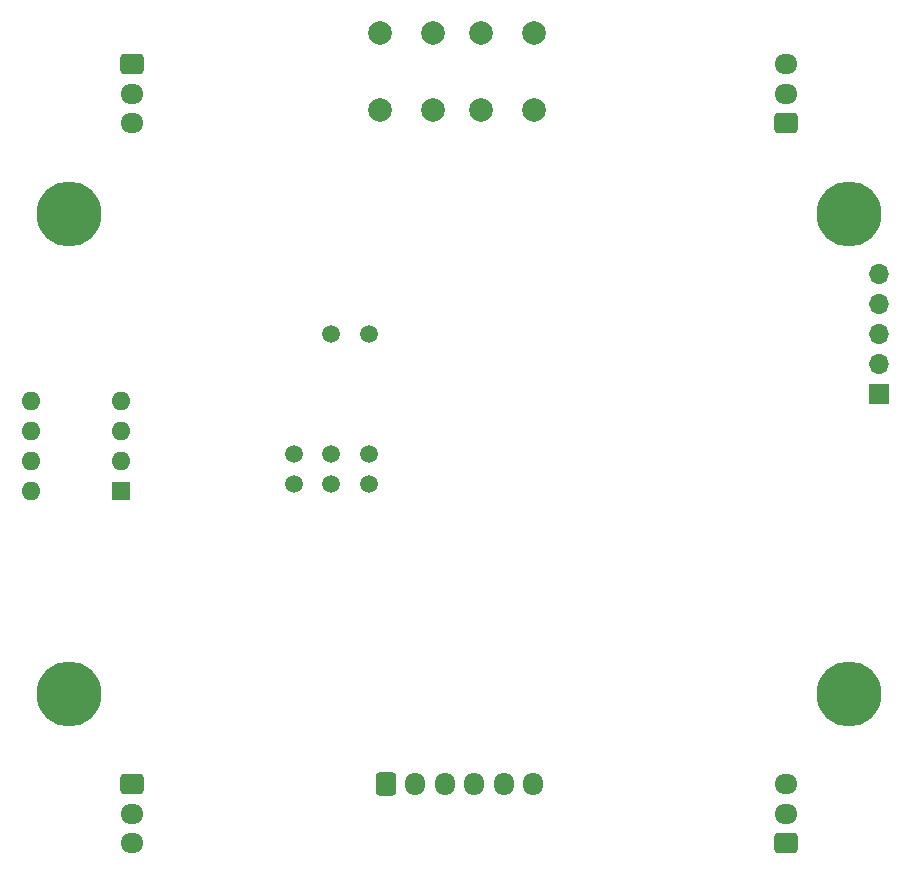
<source format=gbs>
G04 #@! TF.GenerationSoftware,KiCad,Pcbnew,7.0.7*
G04 #@! TF.CreationDate,2024-10-01T17:01:24-05:00*
G04 #@! TF.ProjectId,corner-board,636f726e-6572-42d6-926f-6172642e6b69,rev?*
G04 #@! TF.SameCoordinates,Original*
G04 #@! TF.FileFunction,Soldermask,Bot*
G04 #@! TF.FilePolarity,Negative*
%FSLAX46Y46*%
G04 Gerber Fmt 4.6, Leading zero omitted, Abs format (unit mm)*
G04 Created by KiCad (PCBNEW 7.0.7) date 2024-10-01 17:01:24*
%MOMM*%
%LPD*%
G01*
G04 APERTURE LIST*
G04 Aperture macros list*
%AMRoundRect*
0 Rectangle with rounded corners*
0 $1 Rounding radius*
0 $2 $3 $4 $5 $6 $7 $8 $9 X,Y pos of 4 corners*
0 Add a 4 corners polygon primitive as box body*
4,1,4,$2,$3,$4,$5,$6,$7,$8,$9,$2,$3,0*
0 Add four circle primitives for the rounded corners*
1,1,$1+$1,$2,$3*
1,1,$1+$1,$4,$5*
1,1,$1+$1,$6,$7*
1,1,$1+$1,$8,$9*
0 Add four rect primitives between the rounded corners*
20,1,$1+$1,$2,$3,$4,$5,0*
20,1,$1+$1,$4,$5,$6,$7,0*
20,1,$1+$1,$6,$7,$8,$9,0*
20,1,$1+$1,$8,$9,$2,$3,0*%
G04 Aperture macros list end*
%ADD10C,1.500000*%
%ADD11RoundRect,0.250000X-0.600000X-0.725000X0.600000X-0.725000X0.600000X0.725000X-0.600000X0.725000X0*%
%ADD12O,1.700000X1.950000*%
%ADD13C,2.000000*%
%ADD14C,5.500000*%
%ADD15R,1.600000X1.600000*%
%ADD16O,1.600000X1.600000*%
%ADD17R,1.700000X1.700000*%
%ADD18O,1.700000X1.700000*%
%ADD19O,1.950000X1.700000*%
%ADD20RoundRect,0.250000X0.725000X-0.600000X0.725000X0.600000X-0.725000X0.600000X-0.725000X-0.600000X0*%
%ADD21RoundRect,0.250000X-0.725000X0.600000X-0.725000X-0.600000X0.725000X-0.600000X0.725000X0.600000X0*%
G04 APERTURE END LIST*
D10*
X55880000Y-53340000D03*
X55880000Y-43180000D03*
X52705000Y-43180000D03*
X49530000Y-55880000D03*
X55880000Y-55880000D03*
X52705000Y-55880000D03*
X52705000Y-53340000D03*
X49530000Y-53340000D03*
D11*
X57310000Y-81280000D03*
D12*
X59810000Y-81280000D03*
X62310000Y-81280000D03*
X64810000Y-81280000D03*
X67310000Y-81280000D03*
X69810000Y-81280000D03*
D13*
X56805000Y-24205000D03*
X56805000Y-17705000D03*
X61305000Y-24205000D03*
X61305000Y-17705000D03*
D14*
X96520000Y-73660000D03*
D15*
X34915000Y-56505000D03*
D16*
X34915000Y-53965000D03*
X34915000Y-51425000D03*
X34915000Y-48885000D03*
X27295000Y-48885000D03*
X27295000Y-51425000D03*
X27295000Y-53965000D03*
X27295000Y-56505000D03*
D17*
X99060000Y-48260000D03*
D18*
X99060000Y-45720000D03*
X99060000Y-43180000D03*
X99060000Y-40640000D03*
X99060000Y-38100000D03*
D19*
X91165000Y-20360000D03*
X91165000Y-22860000D03*
D20*
X91165000Y-25360000D03*
D14*
X30480000Y-33020000D03*
D13*
X65355000Y-24205000D03*
X65355000Y-17705000D03*
X69855000Y-24205000D03*
X69855000Y-17705000D03*
D14*
X96520000Y-33020000D03*
D19*
X35835000Y-86320000D03*
X35835000Y-83820000D03*
D21*
X35835000Y-81320000D03*
X35835000Y-20360000D03*
D19*
X35835000Y-22860000D03*
X35835000Y-25360000D03*
D14*
X30480000Y-73660000D03*
D19*
X91165000Y-81320000D03*
X91165000Y-83820000D03*
D20*
X91165000Y-86320000D03*
M02*

</source>
